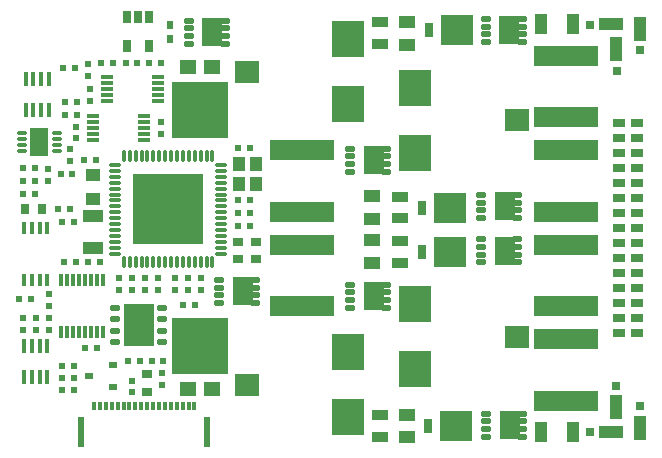
<source format=gtp>
G04 Layer_Color=8421504*
%FSLAX44Y44*%
%MOMM*%
G71*
G01*
G75*
%ADD10R,1.4000X0.9500*%
%ADD11R,1.4000X1.0500*%
%ADD12R,0.4000X1.2200*%
G04:AMPARAMS|DCode=13|XSize=0.4mm|YSize=1.22mm|CornerRadius=0.1mm|HoleSize=0mm|Usage=FLASHONLY|Rotation=0.000|XOffset=0mm|YOffset=0mm|HoleType=Round|Shape=RoundedRectangle|*
%AMROUNDEDRECTD13*
21,1,0.4000,1.0200,0,0,0.0*
21,1,0.2000,1.2200,0,0,0.0*
1,1,0.2000,0.1000,-0.5100*
1,1,0.2000,-0.1000,-0.5100*
1,1,0.2000,-0.1000,0.5100*
1,1,0.2000,0.1000,0.5100*
%
%ADD13ROUNDEDRECTD13*%
%ADD14R,1.4000X1.2700*%
%ADD15R,4.8000X4.7500*%
%ADD16R,1.1400X0.7500*%
%ADD17R,6.0000X6.0000*%
G04:AMPARAMS|DCode=18|XSize=0.3mm|YSize=1mm|CornerRadius=0.12mm|HoleSize=0mm|Usage=FLASHONLY|Rotation=90.000|XOffset=0mm|YOffset=0mm|HoleType=Round|Shape=RoundedRectangle|*
%AMROUNDEDRECTD18*
21,1,0.3000,0.7600,0,0,90.0*
21,1,0.0600,1.0000,0,0,90.0*
1,1,0.2400,0.3800,0.0300*
1,1,0.2400,0.3800,-0.0300*
1,1,0.2400,-0.3800,-0.0300*
1,1,0.2400,-0.3800,0.0300*
%
%ADD18ROUNDEDRECTD18*%
G04:AMPARAMS|DCode=19|XSize=0.3mm|YSize=1mm|CornerRadius=0.12mm|HoleSize=0mm|Usage=FLASHONLY|Rotation=180.000|XOffset=0mm|YOffset=0mm|HoleType=Round|Shape=RoundedRectangle|*
%AMROUNDEDRECTD19*
21,1,0.3000,0.7600,0,0,180.0*
21,1,0.0600,1.0000,0,0,180.0*
1,1,0.2400,-0.0300,0.3800*
1,1,0.2400,0.0300,0.3800*
1,1,0.2400,0.0300,-0.3800*
1,1,0.2400,-0.0300,-0.3800*
%
%ADD19ROUNDEDRECTD19*%
G04:AMPARAMS|DCode=20|XSize=0.41mm|YSize=1.1mm|CornerRadius=0.1025mm|HoleSize=0mm|Usage=FLASHONLY|Rotation=0.000|XOffset=0mm|YOffset=0mm|HoleType=Round|Shape=RoundedRectangle|*
%AMROUNDEDRECTD20*
21,1,0.4100,0.8950,0,0,0.0*
21,1,0.2050,1.1000,0,0,0.0*
1,1,0.2050,0.1025,-0.4475*
1,1,0.2050,-0.1025,-0.4475*
1,1,0.2050,-0.1025,0.4475*
1,1,0.2050,0.1025,0.4475*
%
%ADD20ROUNDEDRECTD20*%
G04:AMPARAMS|DCode=21|XSize=0.3mm|YSize=1.1mm|CornerRadius=0.075mm|HoleSize=0mm|Usage=FLASHONLY|Rotation=180.000|XOffset=0mm|YOffset=0mm|HoleType=Round|Shape=RoundedRectangle|*
%AMROUNDEDRECTD21*
21,1,0.3000,0.9500,0,0,180.0*
21,1,0.1500,1.1000,0,0,180.0*
1,1,0.1500,-0.0750,0.4750*
1,1,0.1500,0.0750,0.4750*
1,1,0.1500,0.0750,-0.4750*
1,1,0.1500,-0.0750,-0.4750*
%
%ADD21ROUNDEDRECTD21*%
G04:AMPARAMS|DCode=22|XSize=0.3mm|YSize=1.1mm|CornerRadius=0.075mm|HoleSize=0mm|Usage=FLASHONLY|Rotation=270.000|XOffset=0mm|YOffset=0mm|HoleType=Round|Shape=RoundedRectangle|*
%AMROUNDEDRECTD22*
21,1,0.3000,0.9500,0,0,270.0*
21,1,0.1500,1.1000,0,0,270.0*
1,1,0.1500,-0.4750,-0.0750*
1,1,0.1500,-0.4750,0.0750*
1,1,0.1500,0.4750,0.0750*
1,1,0.1500,0.4750,-0.0750*
%
%ADD22ROUNDEDRECTD22*%
G04:AMPARAMS|DCode=23|XSize=0.45mm|YSize=0.9mm|CornerRadius=0.1125mm|HoleSize=0mm|Usage=FLASHONLY|Rotation=90.000|XOffset=0mm|YOffset=0mm|HoleType=Round|Shape=RoundedRectangle|*
%AMROUNDEDRECTD23*
21,1,0.4500,0.6750,0,0,90.0*
21,1,0.2250,0.9000,0,0,90.0*
1,1,0.2250,0.3375,0.1125*
1,1,0.2250,0.3375,-0.1125*
1,1,0.2250,-0.3375,-0.1125*
1,1,0.2250,-0.3375,0.1125*
%
%ADD23ROUNDEDRECTD23*%
%ADD24R,1.7000X2.4000*%
%ADD25R,2.0000X1.1000*%
%ADD26R,0.8000X0.8000*%
%ADD27R,1.1000X1.2000*%
%ADD28R,0.7620X1.2700*%
%ADD29R,2.6700X2.5400*%
%ADD30R,2.6000X3.6000*%
G04:AMPARAMS|DCode=31|XSize=0.45mm|YSize=0.8mm|CornerRadius=0.045mm|HoleSize=0mm|Usage=FLASHONLY|Rotation=270.000|XOffset=0mm|YOffset=0mm|HoleType=Round|Shape=RoundedRectangle|*
%AMROUNDEDRECTD31*
21,1,0.4500,0.7100,0,0,270.0*
21,1,0.3600,0.8000,0,0,270.0*
1,1,0.0900,-0.3550,-0.1800*
1,1,0.0900,-0.3550,0.1800*
1,1,0.0900,0.3550,0.1800*
1,1,0.0900,0.3550,-0.1800*
%
%ADD31ROUNDEDRECTD31*%
%ADD32R,1.6500X2.4000*%
G04:AMPARAMS|DCode=33|XSize=0.3mm|YSize=0.8mm|CornerRadius=0.075mm|HoleSize=0mm|Usage=FLASHONLY|Rotation=270.000|XOffset=0mm|YOffset=0mm|HoleType=Round|Shape=RoundedRectangle|*
%AMROUNDEDRECTD33*
21,1,0.3000,0.6500,0,0,270.0*
21,1,0.1500,0.8000,0,0,270.0*
1,1,0.1500,-0.3250,-0.0750*
1,1,0.1500,-0.3250,0.0750*
1,1,0.1500,0.3250,0.0750*
1,1,0.1500,0.3250,-0.0750*
%
%ADD33ROUNDEDRECTD33*%
%ADD34R,0.3000X0.7000*%
%ADD35R,0.6000X2.6000*%
%ADD36R,2.8000X3.1000*%
%ADD37R,2.0000X1.9000*%
%ADD38R,5.4000X1.7000*%
%ADD39R,0.9000X0.8000*%
%ADD40R,0.6000X0.8000*%
%ADD41R,0.6500X1.1000*%
%ADD42R,0.6000X0.6000*%
%ADD43R,0.6000X0.6000*%
%ADD44R,0.8000X0.5500*%
%ADD45R,1.3000X1.0000*%
%ADD46R,0.8000X0.9000*%
%ADD47R,1.7000X1.1000*%
%ADD48R,1.1000X1.7000*%
%ADD49R,1.1000X2.0000*%
%ADD50R,0.8000X0.8000*%
D10*
X322500Y374250D02*
D03*
Y355750D02*
D03*
X339000Y189465D02*
D03*
Y170965D02*
D03*
Y226750D02*
D03*
Y208250D02*
D03*
X322500Y23250D02*
D03*
Y41750D02*
D03*
D11*
X345000Y374500D02*
D03*
Y355500D02*
D03*
X315500Y189715D02*
D03*
Y170715D02*
D03*
Y227000D02*
D03*
Y208000D02*
D03*
X345000Y23000D02*
D03*
Y42000D02*
D03*
D12*
X21250Y100100D02*
D03*
X40750D02*
D03*
Y73900D02*
D03*
X34250D02*
D03*
X27750D02*
D03*
X21250D02*
D03*
X34250Y100100D02*
D03*
X27750D02*
D03*
X41750Y299900D02*
D03*
X22250Y326100D02*
D03*
X28750D02*
D03*
X35250D02*
D03*
X41750D02*
D03*
X28750Y299900D02*
D03*
X35250D02*
D03*
D13*
X22250D02*
D03*
D14*
X159600Y336500D02*
D03*
X180400D02*
D03*
X180400Y63500D02*
D03*
X159600D02*
D03*
D15*
X170000Y300000D02*
D03*
X170000Y100000D02*
D03*
D16*
X540100Y111650D02*
D03*
Y124350D02*
D03*
Y137050D02*
D03*
Y149750D02*
D03*
Y162450D02*
D03*
Y175150D02*
D03*
Y187850D02*
D03*
Y200550D02*
D03*
Y213250D02*
D03*
Y225950D02*
D03*
Y238650D02*
D03*
Y251350D02*
D03*
Y264050D02*
D03*
Y276750D02*
D03*
Y289450D02*
D03*
X524500D02*
D03*
Y276750D02*
D03*
Y264050D02*
D03*
Y251350D02*
D03*
Y238650D02*
D03*
Y225950D02*
D03*
Y213250D02*
D03*
Y200550D02*
D03*
Y187850D02*
D03*
Y175150D02*
D03*
Y162450D02*
D03*
Y149750D02*
D03*
Y137050D02*
D03*
Y124350D02*
D03*
Y111650D02*
D03*
D17*
X143000Y216000D02*
D03*
D18*
X98000Y178500D02*
D03*
Y183500D02*
D03*
Y188500D02*
D03*
Y193500D02*
D03*
Y198500D02*
D03*
Y203500D02*
D03*
Y208500D02*
D03*
Y213500D02*
D03*
Y218500D02*
D03*
Y223500D02*
D03*
Y228500D02*
D03*
Y233500D02*
D03*
Y238500D02*
D03*
Y243500D02*
D03*
Y248500D02*
D03*
Y253500D02*
D03*
X188000D02*
D03*
Y248500D02*
D03*
Y243500D02*
D03*
Y238500D02*
D03*
Y233500D02*
D03*
Y228500D02*
D03*
Y223500D02*
D03*
Y218500D02*
D03*
Y213500D02*
D03*
Y208500D02*
D03*
Y203500D02*
D03*
Y198500D02*
D03*
Y193500D02*
D03*
Y188500D02*
D03*
Y183500D02*
D03*
Y178500D02*
D03*
D19*
X105500Y261000D02*
D03*
X110500D02*
D03*
X115500D02*
D03*
X120500D02*
D03*
X125500D02*
D03*
X130500D02*
D03*
X135500D02*
D03*
X140500D02*
D03*
X145500D02*
D03*
X150500D02*
D03*
X155500D02*
D03*
X160500D02*
D03*
X165500D02*
D03*
X170500D02*
D03*
X175500D02*
D03*
X180500D02*
D03*
Y171000D02*
D03*
X175500D02*
D03*
X170500D02*
D03*
X165500D02*
D03*
X160500D02*
D03*
X155500D02*
D03*
X150500D02*
D03*
X145500D02*
D03*
X140500D02*
D03*
X135500D02*
D03*
X130500D02*
D03*
X125500D02*
D03*
X120500D02*
D03*
X115500D02*
D03*
X110500D02*
D03*
X105500D02*
D03*
D20*
X40750Y200000D02*
D03*
X34250D02*
D03*
X27750D02*
D03*
X21250D02*
D03*
X40750Y156000D02*
D03*
X34250D02*
D03*
X27750D02*
D03*
X21250D02*
D03*
D21*
X57500Y156000D02*
D03*
X52500D02*
D03*
X67500D02*
D03*
X62500D02*
D03*
X77500D02*
D03*
X72500D02*
D03*
X82500D02*
D03*
X87500D02*
D03*
X52500Y112250D02*
D03*
X57500D02*
D03*
X62500D02*
D03*
X67500D02*
D03*
X87500D02*
D03*
X82500D02*
D03*
X77500D02*
D03*
X72500D02*
D03*
D22*
X91500Y308000D02*
D03*
Y313000D02*
D03*
X134500Y308000D02*
D03*
Y313000D02*
D03*
Y318000D02*
D03*
Y323000D02*
D03*
X91500Y318000D02*
D03*
Y323000D02*
D03*
Y328000D02*
D03*
X134500D02*
D03*
X79500Y275000D02*
D03*
X122500D02*
D03*
Y280000D02*
D03*
Y285000D02*
D03*
X79500Y280000D02*
D03*
Y285000D02*
D03*
Y290000D02*
D03*
Y295000D02*
D03*
X122500Y290000D02*
D03*
Y295000D02*
D03*
D23*
X160750Y375750D02*
D03*
Y369250D02*
D03*
Y362750D02*
D03*
Y356250D02*
D03*
X191250D02*
D03*
Y362750D02*
D03*
Y369250D02*
D03*
Y375750D02*
D03*
X412500Y43000D02*
D03*
Y36500D02*
D03*
Y30000D02*
D03*
Y23500D02*
D03*
X443000D02*
D03*
Y30000D02*
D03*
Y36500D02*
D03*
Y43000D02*
D03*
X408250Y228250D02*
D03*
Y221750D02*
D03*
Y215250D02*
D03*
Y208750D02*
D03*
X438750D02*
D03*
Y215250D02*
D03*
Y221750D02*
D03*
Y228250D02*
D03*
X186250Y156250D02*
D03*
Y149750D02*
D03*
Y143250D02*
D03*
Y136750D02*
D03*
X216750D02*
D03*
Y143250D02*
D03*
Y149750D02*
D03*
Y156250D02*
D03*
X297250Y267250D02*
D03*
Y260750D02*
D03*
Y254250D02*
D03*
Y247750D02*
D03*
X327750D02*
D03*
Y254250D02*
D03*
Y260750D02*
D03*
Y267250D02*
D03*
X408250Y190750D02*
D03*
Y184250D02*
D03*
Y177750D02*
D03*
Y171250D02*
D03*
X438750D02*
D03*
Y177750D02*
D03*
Y184250D02*
D03*
Y190750D02*
D03*
X412250Y377250D02*
D03*
Y370750D02*
D03*
Y364250D02*
D03*
Y357750D02*
D03*
X442750D02*
D03*
Y364250D02*
D03*
Y370750D02*
D03*
Y377250D02*
D03*
X297250Y152250D02*
D03*
Y145750D02*
D03*
Y139250D02*
D03*
Y132750D02*
D03*
X327750D02*
D03*
Y139250D02*
D03*
Y145750D02*
D03*
Y152250D02*
D03*
D24*
X180500Y366000D02*
D03*
X432250Y33250D02*
D03*
X428000Y218500D02*
D03*
X206000Y146500D02*
D03*
X317000Y257500D02*
D03*
X428000Y181000D02*
D03*
X432000Y367500D02*
D03*
X317000Y142500D02*
D03*
D25*
X518250Y372500D02*
D03*
X518250Y27750D02*
D03*
D26*
X500000Y372250D02*
D03*
X500000Y27500D02*
D03*
D27*
X217000Y237500D02*
D03*
Y254500D02*
D03*
X203000D02*
D03*
Y237500D02*
D03*
D28*
X363990Y367500D02*
D03*
X363245Y32500D02*
D03*
X358245Y217500D02*
D03*
Y180000D02*
D03*
D29*
X387500Y367500D02*
D03*
X386755Y32500D02*
D03*
X381755Y217500D02*
D03*
Y180000D02*
D03*
D30*
X118000Y118000D02*
D03*
D31*
X97999Y103750D02*
D03*
Y113250D02*
D03*
Y122750D02*
D03*
Y132250D02*
D03*
X138000D02*
D03*
Y122750D02*
D03*
Y113250D02*
D03*
Y103750D02*
D03*
D32*
X34000Y273000D02*
D03*
D33*
X19000Y265500D02*
D03*
Y270500D02*
D03*
Y275500D02*
D03*
Y280500D02*
D03*
X49000D02*
D03*
Y275500D02*
D03*
Y270500D02*
D03*
Y265500D02*
D03*
D34*
X125250Y49700D02*
D03*
X120250D02*
D03*
X115250D02*
D03*
X110250D02*
D03*
X105250D02*
D03*
X100250D02*
D03*
X95250D02*
D03*
X90250D02*
D03*
X85250D02*
D03*
X80250D02*
D03*
X130250D02*
D03*
X135250D02*
D03*
X140250D02*
D03*
X145250D02*
D03*
X150250D02*
D03*
X155250D02*
D03*
X160250D02*
D03*
X165250D02*
D03*
D35*
X176250Y27700D02*
D03*
X69250D02*
D03*
D36*
X295500Y360000D02*
D03*
Y305000D02*
D03*
Y95000D02*
D03*
Y40000D02*
D03*
X352000Y264000D02*
D03*
Y319000D02*
D03*
Y80500D02*
D03*
Y135500D02*
D03*
D37*
X209500Y332500D02*
D03*
Y67500D02*
D03*
X438000Y291500D02*
D03*
Y108000D02*
D03*
D38*
X480000Y346000D02*
D03*
Y294000D02*
D03*
X480000Y54000D02*
D03*
Y106000D02*
D03*
Y266000D02*
D03*
Y214000D02*
D03*
X256500Y186000D02*
D03*
Y134000D02*
D03*
X256500Y266000D02*
D03*
Y214000D02*
D03*
X480000Y134000D02*
D03*
Y186000D02*
D03*
D39*
X202000Y188000D02*
D03*
Y174000D02*
D03*
X125000Y61500D02*
D03*
Y76500D02*
D03*
X217000Y188000D02*
D03*
Y174000D02*
D03*
D40*
X145000Y360000D02*
D03*
Y372000D02*
D03*
D41*
X127000Y378500D02*
D03*
X117500D02*
D03*
X108000D02*
D03*
Y354500D02*
D03*
X127000D02*
D03*
D42*
X75000Y171000D02*
D03*
X85000D02*
D03*
X96000Y340000D02*
D03*
X86000D02*
D03*
X127000Y340000D02*
D03*
X137000D02*
D03*
X63000Y63000D02*
D03*
X53000D02*
D03*
X202000Y202000D02*
D03*
X212000D02*
D03*
X54000Y336000D02*
D03*
X64000D02*
D03*
X66000Y307000D02*
D03*
X56000D02*
D03*
X55000Y171000D02*
D03*
X65000D02*
D03*
X109000Y88000D02*
D03*
X119000D02*
D03*
X73000Y99000D02*
D03*
X83000D02*
D03*
X129000Y88000D02*
D03*
X139000D02*
D03*
X202000Y224000D02*
D03*
X212000D02*
D03*
X202000Y268000D02*
D03*
X212000D02*
D03*
X107000Y340000D02*
D03*
X117000D02*
D03*
X202000Y213000D02*
D03*
X212000D02*
D03*
X53000Y205000D02*
D03*
X63000D02*
D03*
X82000Y258000D02*
D03*
X72000D02*
D03*
X30000Y240000D02*
D03*
X20000D02*
D03*
X50000Y216000D02*
D03*
X60000D02*
D03*
X62000Y246000D02*
D03*
X52000D02*
D03*
X30000Y251000D02*
D03*
X20000D02*
D03*
X53000Y73000D02*
D03*
X63000D02*
D03*
Y83000D02*
D03*
X53000D02*
D03*
X20000Y229000D02*
D03*
X30000D02*
D03*
X66000Y296000D02*
D03*
X56000D02*
D03*
X156000Y135000D02*
D03*
X166000D02*
D03*
X27000Y140000D02*
D03*
X17000D02*
D03*
D43*
X65000Y276000D02*
D03*
Y286000D02*
D03*
X77000Y308000D02*
D03*
Y318000D02*
D03*
X101000Y158000D02*
D03*
Y148000D02*
D03*
X42000Y144000D02*
D03*
Y134000D02*
D03*
X20000Y114000D02*
D03*
Y124000D02*
D03*
X112000Y148000D02*
D03*
Y158000D02*
D03*
X112000Y71000D02*
D03*
Y61000D02*
D03*
X137500Y67500D02*
D03*
Y77500D02*
D03*
X137000Y280000D02*
D03*
Y290000D02*
D03*
X60000Y257000D02*
D03*
Y267000D02*
D03*
X123000Y148000D02*
D03*
Y158000D02*
D03*
X41000Y250000D02*
D03*
Y240000D02*
D03*
X171000Y148000D02*
D03*
Y158000D02*
D03*
X160000Y158000D02*
D03*
Y148000D02*
D03*
X149000Y148000D02*
D03*
Y158000D02*
D03*
X31000Y114000D02*
D03*
Y124000D02*
D03*
X42000Y124000D02*
D03*
Y114000D02*
D03*
X134000Y148000D02*
D03*
Y158000D02*
D03*
X75000Y329000D02*
D03*
Y339000D02*
D03*
D44*
X96000Y84500D02*
D03*
Y65500D02*
D03*
X76000Y75000D02*
D03*
D45*
X79000Y225000D02*
D03*
Y245000D02*
D03*
D46*
X21500Y216000D02*
D03*
X36500D02*
D03*
D47*
X79000Y183500D02*
D03*
Y210500D02*
D03*
D48*
X486000Y27500D02*
D03*
X459000D02*
D03*
X486000Y372500D02*
D03*
X459000D02*
D03*
D49*
X542500Y31000D02*
D03*
X522500Y351500D02*
D03*
X522500Y48500D02*
D03*
X542500Y369000D02*
D03*
D50*
X542250Y49250D02*
D03*
X522750Y333250D02*
D03*
X522250Y66750D02*
D03*
X542750Y350750D02*
D03*
M02*

</source>
